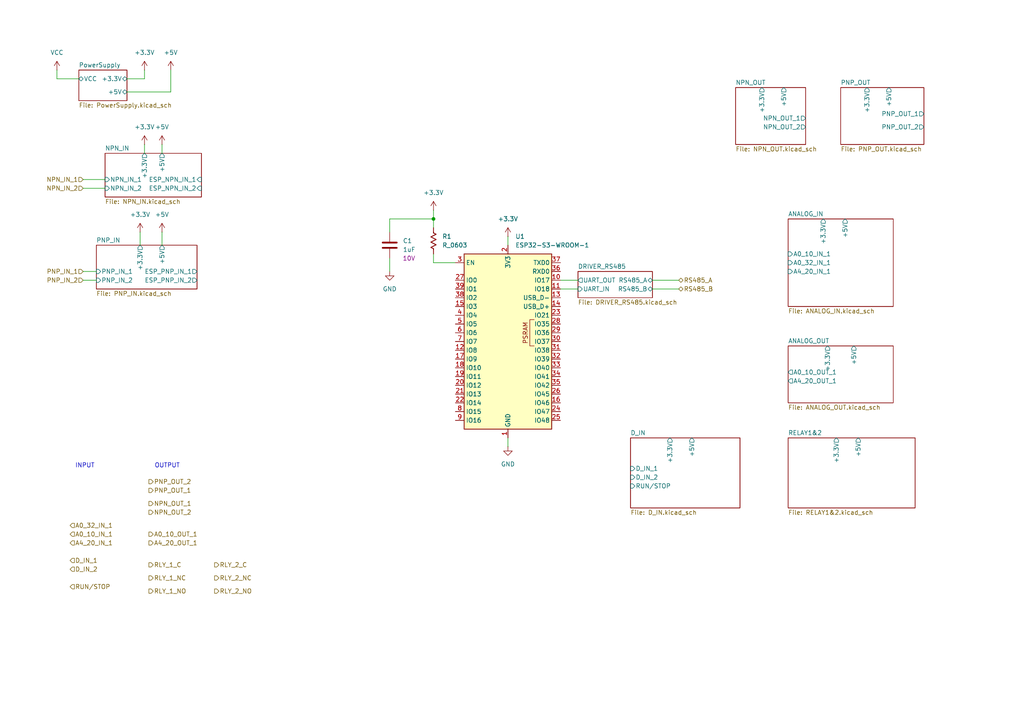
<source format=kicad_sch>
(kicad_sch (version 20250114) (generator "eeschema") (generator_version "9.0")
  (paper "A4")
  (lib_symbols
    (symbol "PCM_Capacitor_US_AKL:C_0603" (pin_numbers (hide yes)) (pin_names (offset 0.254))
      (property "Reference" "C" (at 0.635 2.54 0))
      (property "Value" "C_0603" (at 0.635 -2.54 0))
      (symbol "C_0603_0_1"
        (polyline (pts (xy -2.032 0.762) (xy 2.032 0.762)) (stroke (width 0.508)))
        (polyline (pts (xy -2.032 -0.762) (xy 2.032 -0.762)) (stroke (width 0.508)))
      )
      (symbol "C_0603_0_2"
        (polyline (pts (xy -2.54 -2.54) (xy -0.381 -0.381)))
        (polyline (pts (xy -0.508 -0.508) (xy -1.651 0.635)) (stroke (width 0.508)))
        (polyline (pts (xy -0.508 -0.508) (xy 0.635 -1.651)) (stroke (width 0.508)))
        (polyline (pts (xy 0.381 0.381) (xy 2.54 2.54)))
        (polyline (pts (xy 0.508 0.508) (xy -0.635 1.651)) (stroke (width 0.508)))
        (polyline (pts (xy 0.508 0.508) (xy 1.651 -0.635)) (stroke (width 0.508)))
      )
      (symbol "C_0603_1_1"
        (pin passive line (at 0 3.81 270) (length 2.794) (name "~") (number "1"))
        (pin passive line (at 0 -3.81 90) (length 2.794) (name "~") (number "2"))
      )
      (symbol "C_0603_1_2"
        (pin passive line (at -2.54 -2.54 90) (length 0) (name "~") (number "2"))
        (pin passive line (at 2.54 2.54 270) (length 0) (name "~") (number "1"))
      )
    )
    (symbol "PCM_Resistor_US_AKL:R_0603" (pin_numbers (hide yes)) (pin_names (offset 0))
      (property "Reference" "R" (at 2.54 1.27 0))
      (property "Value" "R_0603" (at 2.54 -1.27 0))
      (symbol "R_0603_0_1"
        (polyline (pts (xy 0 2.286) (xy 0 2.54)) (stroke (width 0.254)))
        (polyline (pts (xy 0 2.286) (xy 0.762 1.905) (xy -0.762 1.143) (xy 0 0.762) (xy 0.762 0.381) (xy 0 0) (xy -0.762 -0.381) (xy 0 -0.762) (xy 0.762 -1.143) (xy 0 -1.524) (xy -0.762 -1.905) (xy 0 -2.286)) (stroke (width 0.254)))
        (polyline (pts (xy 0 -2.286) (xy 0 -2.54)) (stroke (width 0.254)))
      )
      (symbol "R_0603_0_2"
        (polyline (pts (xy -2.54 -2.54) (xy -1.778 -1.778)))
        (polyline (pts (xy -1.778 -1.778) (xy -1.524 -1.524)) (stroke (width 0.254)))
        (polyline (pts (xy -1.524 -1.524) (xy -1.778 -0.762) (xy -1.016 -1.016)) (stroke (width 0.254)))
        (polyline (pts (xy -0.508 -0.508) (xy -0.762 0.254) (xy 0 0)) (stroke (width 0.254)))
        (polyline (pts (xy -0.508 -0.508) (xy -0.254 -1.27) (xy -1.016 -1.016)) (stroke (width 0.254)))
        (polyline (pts (xy 0.508 0.508) (xy 0.254 1.27) (xy 1.016 1.016)) (stroke (width 0.254)))
        (polyline (pts (xy 0.508 0.508) (xy 0.762 -0.254) (xy 0 0)) (stroke (width 0.254)))
        (polyline (pts (xy 1.524 1.524) (xy 1.778 0.762) (xy 1.016 1.016)) (stroke (width 0.254)))
        (polyline (pts (xy 1.778 1.778) (xy 1.524 1.524)) (stroke (width 0.254)))
        (polyline (pts (xy 1.778 1.778) (xy 2.54 2.54)))
      )
      (symbol "R_0603_1_1"
        (pin passive line (at 0 3.81 270) (length 1.27) (name "~") (number "1"))
        (pin passive line (at 0 -3.81 90) (length 1.27) (name "~") (number "2"))
      )
      (symbol "R_0603_1_2"
        (pin passive line (at -2.54 -2.54 0) (length 0) (name "") (number "2"))
        (pin passive line (at 2.54 2.54 180) (length 0) (name "") (number "1"))
      )
    )
    (symbol "RF_Module:ESP32-S3-WROOM-1"
      (property "Reference" "U" (at -12.7 26.67 0))
      (property "Value" "ESP32-S3-WROOM-1" (at 12.7 26.67 0))
      (symbol "ESP32-S3-WROOM-1_0_0"
        (rectangle (start -12.7 25.4) (end 12.7 -25.4) (stroke (width 0.254)) (fill (type background)))
        (text "PSRAM" (at 5.08 2.54 900) (effects (font (size 1.27 1.27))))
      )
      (symbol "ESP32-S3-WROOM-1_0_1"
        (polyline (pts (xy 7.62 -1.27) (xy 6.35 -1.27) (xy 6.35 6.35) (xy 7.62 6.35)))
      )
      (symbol "ESP32-S3-WROOM-1_1_1"
        (pin input line (at -15.24 22.86 0) (length 2.54) (name "EN") (number "3"))
        (pin bidirectional line (at -15.24 17.78 0) (length 2.54) (name "IO0") (number "27"))
        (pin bidirectional line (at -15.24 15.24 0) (length 2.54) (name "IO1") (number "39"))
        (pin bidirectional line (at -15.24 12.7 0) (length 2.54) (name "IO2") (number "38"))
        (pin bidirectional line (at -15.24 10.16 0) (length 2.54) (name "IO3") (number "15"))
        (pin bidirectional line (at -15.24 7.62 0) (length 2.54) (name "IO4") (number "4"))
        (pin bidirectional line (at -15.24 5.08 0) (length 2.54) (name "IO5") (number "5"))
        (pin bidirectional line (at -15.24 2.54 0) (length 2.54) (name "IO6") (number "6"))
        (pin bidirectional line (at -15.24 0 0) (length 2.54) (name "IO7") (number "7"))
        (pin bidirectional line (at -15.24 -2.54 0) (length 2.54) (name "IO8") (number "12"))
        (pin bidirectional line (at -15.24 -5.08 0) (length 2.54) (name "IO9") (number "17"))
        (pin bidirectional line (at -15.24 -7.62 0) (length 2.54) (name "IO10") (number "18"))
        (pin bidirectional line (at -15.24 -10.16 0) (length 2.54) (name "IO11") (number "19"))
        (pin bidirectional line (at -15.24 -12.7 0) (length 2.54) (name "IO12") (number "20"))
        (pin bidirectional line (at -15.24 -15.24 0) (length 2.54) (name "IO13") (number "21"))
        (pin bidirectional line (at -15.24 -17.78 0) (length 2.54) (name "IO14") (number "22"))
        (pin bidirectional line (at -15.24 -20.32 0) (length 2.54) (name "IO15") (number "8"))
        (pin bidirectional line (at -15.24 -22.86 0) (length 2.54) (name "IO16") (number "9"))
        (pin power_in line (at 0 27.94 270) (length 2.54) (name "3V3") (number "2"))
        (pin power_in line (at 0 -27.94 90) (length 2.54) (name "GND") (number "1"))
        (pin passive line (at 0 -27.94 90) (length 2.54) (hide yes) (name "GND") (number "40"))
        (pin passive line (at 0 -27.94 90) (length 2.54) (hide yes) (name "GND") (number "41"))
        (pin bidirectional line (at 15.24 22.86 180) (length 2.54) (name "TXD0") (number "37"))
        (pin bidirectional line (at 15.24 20.32 180) (length 2.54) (name "RXD0") (number "36"))
        (pin bidirectional line (at 15.24 17.78 180) (length 2.54) (name "IO17") (number "10"))
        (pin bidirectional line (at 15.24 15.24 180) (length 2.54) (name "IO18") (number "11"))
        (pin bidirectional line (at 15.24 12.7 180) (length 2.54) (name "USB_D-") (number "13"))
        (pin bidirectional line (at 15.24 10.16 180) (length 2.54) (name "USB_D+") (number "14"))
        (pin bidirectional line (at 15.24 7.62 180) (length 2.54) (name "IO21") (number "23"))
        (pin bidirectional line (at 15.24 5.08 180) (length 2.54) (name "IO35") (number "28"))
        (pin bidirectional line (at 15.24 2.54 180) (length 2.54) (name "IO36") (number "29"))
        (pin bidirectional line (at 15.24 0 180) (length 2.54) (name "IO37") (number "30"))
        (pin bidirectional line (at 15.24 -2.54 180) (length 2.54) (name "IO38") (number "31"))
        (pin bidirectional line (at 15.24 -5.08 180) (length 2.54) (name "IO39") (number "32"))
        (pin bidirectional line (at 15.24 -7.62 180) (length 2.54) (name "IO40") (number "33"))
        (pin bidirectional line (at 15.24 -10.16 180) (length 2.54) (name "IO41") (number "34"))
        (pin bidirectional line (at 15.24 -12.7 180) (length 2.54) (name "IO42") (number "35"))
        (pin bidirectional line (at 15.24 -15.24 180) (length 2.54) (name "IO45") (number "26"))
        (pin bidirectional line (at 15.24 -17.78 180) (length 2.54) (name "IO46") (number "16"))
        (pin bidirectional line (at 15.24 -20.32 180) (length 2.54) (name "IO47") (number "24"))
        (pin bidirectional line (at 15.24 -22.86 180) (length 2.54) (name "IO48") (number "25"))
      )
    )
    (symbol "power:+12V" (power) (pin_numbers (hide yes)) (pin_names (offset 0) (hide yes))
      (property "Value" "+12V" (at 0 3.556 0))
      (symbol "+12V_0_1"
        (polyline (pts (xy -0.762 1.27) (xy 0 2.54)))
        (polyline (pts (xy 0 2.54) (xy 0.762 1.27)))
        (polyline (pts (xy 0 0) (xy 0 2.54)))
      )
      (symbol "+12V_1_1"
        (pin power_in line (at 0 0 90) (length 0) (name "~") (number "1"))
      )
    )
    (symbol "power:+3.3V" (power) (pin_numbers (hide yes)) (pin_names (offset 0) (hide yes))
      (property "Value" "+3.3V" (at 0 3.556 0))
      (symbol "+3.3V_0_1"
        (polyline (pts (xy -0.762 1.27) (xy 0 2.54)))
        (polyline (pts (xy 0 2.54) (xy 0.762 1.27)))
        (polyline (pts (xy 0 0) (xy 0 2.54)))
      )
      (symbol "+3.3V_1_1"
        (pin power_in line (at 0 0 90) (length 0) (name "~") (number "1"))
      )
    )
    (symbol "power:GND" (power) (pin_numbers (hide yes)) (pin_names (offset 0) (hide yes))
      (property "Value" "GND" (at 0 -3.81 0))
      (symbol "GND_0_1"
        (polyline (pts (xy 0 0) (xy 0 -1.27) (xy 1.27 -1.27) (xy 0 -2.54) (xy -1.27 -1.27) (xy 0 -1.27)))
      )
      (symbol "GND_1_1"
        (pin power_in line (at 0 0 270) (length 0) (name "~") (number "1"))
      )
    )
    (symbol "power:VCC" (power) (pin_numbers (hide yes)) (pin_names (offset 0) (hide yes))
      (property "Value" "VCC" (at 0 3.556 0))
      (symbol "VCC_0_1"
        (polyline (pts (xy -0.762 1.27) (xy 0 2.54)))
        (polyline (pts (xy 0 2.54) (xy 0.762 1.27)))
        (polyline (pts (xy 0 0) (xy 0 2.54)))
      )
      (symbol "VCC_1_1"
        (pin power_in line (at 0 0 90) (length 0) (name "~") (number "1"))
      )
    )
  )
  (text "INPUT" (at 24.638 135.128 0) (effects (font (size 1.27 1.27))))
  (text "OUTPUT" (at 48.514 135.128 0) (effects (font (size 1.27 1.27))))
  (junction (at 125.73 63.5))
  (wire (pts (xy 113.03 63.5) (xy 125.73 63.5)))
  (wire (pts (xy 46.99 41.91) (xy 46.99 44.45)))
  (wire (pts (xy 162.56 83.82) (xy 167.64 83.82)))
  (wire (pts (xy 125.73 60.96) (xy 125.73 63.5)))
  (wire (pts (xy 36.83 26.67) (xy 49.53 26.67)))
  (wire (pts (xy 24.13 81.28) (xy 27.94 81.28)))
  (wire (pts (xy 125.73 73.66) (xy 125.73 76.2)))
  (wire (pts (xy 125.73 63.5) (xy 125.73 66.04)))
  (wire (pts (xy 49.53 20.32) (xy 49.53 26.67)))
  (wire (pts (xy 24.13 78.74) (xy 27.94 78.74)))
  (wire (pts (xy 189.23 83.82) (xy 196.85 83.82)))
  (wire (pts (xy 36.83 22.86) (xy 41.91 22.86)))
  (wire (pts (xy 125.73 76.2) (xy 132.08 76.2)))
  (wire (pts (xy 113.03 67.31) (xy 113.03 63.5)))
  (wire (pts (xy 113.03 74.93) (xy 113.03 78.74)))
  (wire (pts (xy 147.32 127) (xy 147.32 129.54)))
  (wire (pts (xy 24.13 52.07) (xy 30.48 52.07)))
  (wire (pts (xy 16.51 22.86) (xy 22.86 22.86)))
  (wire (pts (xy 162.56 81.28) (xy 167.64 81.28)))
  (wire (pts (xy 41.91 22.86) (xy 41.91 20.32)))
  (wire (pts (xy 147.32 68.58) (xy 147.32 71.12)))
  (wire (pts (xy 24.13 54.61) (xy 30.48 54.61)))
  (wire (pts (xy 40.64 67.31) (xy 40.64 71.12)))
  (wire (pts (xy 41.91 41.91) (xy 41.91 44.45)))
  (wire (pts (xy 16.51 20.32) (xy 16.51 22.86)))
  (wire (pts (xy 46.99 67.31) (xy 46.99 71.12)))
  (wire (pts (xy 189.23 81.28) (xy 196.85 81.28)))
  (hierarchical_label "RUN{slash}STOP" (shape input) (at 20.32 170.18 0))
  (hierarchical_label "D_IN_1" (shape input) (at 20.32 162.56 0))
  (hierarchical_label "NPN_IN_2" (shape input) (at 24.13 54.61 180))
  (hierarchical_label "RLY_2_C" (shape output) (at 62.23 163.83 0))
  (hierarchical_label "NPN_IN_1" (shape input) (at 24.13 52.07 180))
  (hierarchical_label "PNP_OUT_1" (shape output) (at 43.18 142.24 0))
  (hierarchical_label "RLY_2_NC" (shape output) (at 62.23 167.64 0))
  (hierarchical_label "PNP_IN_2" (shape input) (at 24.13 81.28 180))
  (hierarchical_label "A0_10_IN_1" (shape input) (at 20.32 154.94 0))
  (hierarchical_label "PNP_OUT_2" (shape output) (at 43.18 139.7 0))
  (hierarchical_label "RLY_1_C" (shape output) (at 43.18 163.83 0))
  (hierarchical_label "RLY_1_NC" (shape output) (at 43.18 167.64 0))
  (hierarchical_label "NPN_OUT_2" (shape output) (at 43.18 148.59 0))
  (hierarchical_label "RS485_A" (shape bidirectional) (at 196.85 81.28 0))
  (hierarchical_label "A4_20_OUT_1" (shape output) (at 43.18 157.48 0))
  (hierarchical_label "RLY_2_NO" (shape output) (at 62.23 171.45 0))
  (hierarchical_label "NPN_OUT_1" (shape output) (at 43.18 146.05 0))
  (hierarchical_label "RS485_B" (shape bidirectional) (at 196.85 83.82 0))
  (hierarchical_label "A4_20_IN_1" (shape input) (at 20.32 157.48 0))
  (hierarchical_label "D_IN_2" (shape input) (at 20.32 165.1 0))
  (hierarchical_label "A0_10_OUT_1" (shape output) (at 43.18 154.94 0))
  (hierarchical_label "PNP_IN_1" (shape input) (at 24.13 78.74 180))
  (hierarchical_label "RLY_1_NO" (shape output) (at 43.18 171.45 0))
  (hierarchical_label "A0_32_IN_1" (shape input) (at 20.32 152.4 0))
  (symbol (lib_id "power:+3.3V") (at 41.91 20.32 0) (unit 1)
    (property "Reference" "#PWR08" (effects (hide yes)))
    (property "Value" "+3.3V" (at 41.91 15.24 0))
    (property "Description" "Power symbol creates a global label with name \"+3.3V\"" (effects (hide yes)))
  )
  (symbol (lib_id "power:+3.3V") (at 147.32 68.58 0) (unit 1)
    (property "Reference" "#PWR012" (effects (hide yes)))
    (property "Value" "+3.3V" (at 147.32 63.5 0))
    (property "Description" "Power symbol creates a global label with name \"+3.3V\"" (effects (hide yes)))
  )
  (symbol (lib_id "power:+12V") (at 46.99 41.91 0) (unit 1)
    (property "Reference" "#PWR025" (effects (hide yes)))
    (property "Value" "+5V" (at 46.99 36.83 0))
    (property "Description" "Power symbol creates a global label with name \"+12V\"" (effects (hide yes)))
  )
  (symbol (lib_id "power:+3.3V") (at 40.64 67.31 0) (unit 1)
    (property "Reference" "#PWR026" (effects (hide yes)))
    (property "Value" "+3.3V" (at 40.64 62.23 0))
    (property "Description" "Power symbol creates a global label with name \"+3.3V\"" (effects (hide yes)))
  )
  (symbol (lib_id "PCM_Resistor_US_AKL:R_0603") (at 125.73 69.85 0) (unit 1)
    (property "Reference" "R1" (at 128.27 68.5799 0) (effects (justify left)))
    (property "Value" "R_0603" (at 128.27 71.1199 0) (effects (justify left)))
    (property "Footprint" "PCM_Resistor_SMD_AKL:R_0603_1608Metric" (effects (hide yes)))
    (property "Description" "SMD 0603 Chip Resistor, US Symbol, Alternate KiCad Library" (effects (hide yes)))
  )
  (symbol (lib_id "power:GND") (at 113.03 78.74 0) (unit 1)
    (property "Reference" "#PWR010" (effects (hide yes)))
    (property "Value" "GND" (at 113.03 83.82 0))
    (property "Description" "Power symbol creates a global label with name \"GND\" , ground" (effects (hide yes)))
  )
  (symbol (lib_id "power:VCC") (at 16.51 20.32 0) (unit 1)
    (property "Reference" "#PWR07" (effects (hide yes)))
    (property "Value" "VCC" (at 16.51 15.24 0))
    (property "Description" "Power symbol creates a global label with name \"VCC\"" (effects (hide yes)))
  )
  (symbol (lib_id "PCM_Capacitor_US_AKL:C_0603") (at 113.03 71.12 0) (unit 1)
    (property "Reference" "C1" (at 116.84 69.8499 0) (effects (justify left)))
    (property "Value" "1uF" (at 116.84 72.3899 0) (effects (justify left)))
    (property "Footprint" "PCM_Capacitor_SMD_AKL:C_0603_1608Metric" (effects (hide yes)))
    (property "Description" "SMD 0603 MLCC capacitor, Alternate KiCad Library" (effects (hide yes)))
    (property "Vol" "10V" (at 118.618 74.93 0))
  )
  (symbol (lib_id "power:GND") (at 147.32 129.54 0) (unit 1)
    (property "Reference" "#PWR013" (effects (hide yes)))
    (property "Value" "GND" (at 147.32 134.62 0))
    (property "Description" "Power symbol creates a global label with name \"GND\" , ground" (effects (hide yes)))
  )
  (symbol (lib_id "power:+12V") (at 46.99 67.31 0) (unit 1)
    (property "Reference" "#PWR027" (effects (hide yes)))
    (property "Value" "+5V" (at 46.99 62.23 0))
    (property "Description" "Power symbol creates a global label with name \"+12V\"" (effects (hide yes)))
  )
  (symbol (lib_id "power:+3.3V") (at 41.91 41.91 0) (unit 1)
    (property "Reference" "#PWR024" (effects (hide yes)))
    (property "Value" "+3.3V" (at 41.91 36.83 0))
    (property "Description" "Power symbol creates a global label with name \"+3.3V\"" (effects (hide yes)))
  )
  (symbol (lib_id "RF_Module:ESP32-S3-WROOM-1") (at 147.32 99.06 0) (unit 1)
    (property "Reference" "U1" (at 149.4633 68.58 0) (effects (justify left)))
    (property "Value" "ESP32-S3-WROOM-1" (at 149.4633 71.12 0) (effects (justify left)))
    (property "Footprint" "RF_Module:ESP32-S3-WROOM-1" (effects (hide yes)))
    (property "Datasheet" "https://www.espressif.com/sites/default/files/documentation/esp32-s3-wroom-1_wroom-1u_datasheet_en.pdf" (effects (hide yes)))
    (property "Description" "RF Module, ESP32-S3 SoC, Wi-Fi 802.11b/g/n, Bluetooth, BLE, 32-bit, 3.3V, onboard antenna, SMD" (effects (hide yes)))
  )
  (symbol (lib_id "power:+12V") (at 49.53 20.32 0) (unit 1)
    (property "Reference" "#PWR09" (effects (hide yes)))
    (property "Value" "+5V" (at 49.53 15.24 0))
    (property "Description" "Power symbol creates a global label with name \"+12V\"" (effects (hide yes)))
  )
  (symbol (lib_id "power:+3.3V") (at 125.73 60.96 0) (unit 1)
    (property "Reference" "#PWR011" (effects (hide yes)))
    (property "Value" "+3.3V" (at 125.73 55.88 0))
    (property "Description" "Power symbol creates a global label with name \"+3.3V\"" (effects (hide yes)))
  )
  (sheet (at 228.6 63.5) (size 30.48 25.4) (stroke (width 0.1524))
    (property "Sheetname" "ANALOG_IN" (at 228.6 62.7884 0) (effects (justify left bottom)))
    (property "Sheetfile" "ANALOG_IN.kicad_sch" (at 228.6 89.4846 0) (effects (justify left top)))
    (pin "+3.3V" output (at 238.76 63.5 90))
    (pin "+5V" output (at 245.11 63.5 90))
    (pin "A0_10_IN_1" input (at 228.6 73.66 180))
    (pin "A0_32_IN_1" input (at 228.6 76.2 180))
    (pin "A4_20_IN_1" input (at 228.6 78.74 180))
  )
  (sheet (at 228.6 127) (size 36.83 20.32) (stroke (width 0.1524))
    (property "Sheetname" "RELAY1&2" (at 228.6 126.2884 0) (effects (justify left bottom)))
    (property "Sheetfile" "RELAY1&2.kicad_sch" (at 228.6 147.9046 0) (effects (justify left top)))
    (pin "+3.3V" output (at 242.57 127 90))
    (pin "+5V" output (at 248.92 127 90))
  )
  (sheet (at 167.64 78.74) (size 21.59 7.62) (stroke (width 0.1524))
    (property "Sheetname" "DRIVER_RS485" (at 167.64 78.0284 0) (effects (justify left bottom)))
    (property "Sheetfile" "DRIVER_RS485.kicad_sch" (at 167.64 86.9446 0) (effects (justify left top)))
    (pin "RS485_A" bidirectional (at 189.23 81.28 0))
    (pin "RS485_B" bidirectional (at 189.23 83.82 0))
    (pin "UART_IN" input (at 167.64 83.82 180))
    (pin "UART_OUT" output (at 167.64 81.28 180))
  )
  (sheet (at 27.94 71.12) (size 29.21 12.7) (stroke (width 0.1524))
    (property "Sheetname" "PNP_IN" (at 27.94 70.4084 0) (effects (justify left bottom)))
    (property "Sheetfile" "PNP_IN.kicad_sch" (at 27.94 84.4046 0) (effects (justify left top)))
    (pin "PNP_IN_1" input (at 27.94 78.74 180))
    (pin "PNP_IN_2" input (at 27.94 81.28 180))
    (pin "+3.3V" output (at 40.64 71.12 90))
    (pin "+5V" output (at 46.99 71.12 90))
    (pin "ESP_PNP_IN_1" output (at 57.15 78.74 0))
    (pin "ESP_PNP_IN_2" output (at 57.15 81.28 0))
  )
  (sheet (at 30.48 44.45) (size 27.94 12.7) (stroke (width 0.1524))
    (property "Sheetname" "NPN_IN" (at 30.48 43.7384 0) (effects (justify left bottom)))
    (property "Sheetfile" "NPN_IN.kicad_sch" (at 30.48 57.7346 0) (effects (justify left top)))
    (pin "ESP_NPN_IN_1" input (at 58.42 52.07 0))
    (pin "ESP_NPN_IN_2" input (at 58.42 54.61 0))
    (pin "NPN_IN_1" input (at 30.48 52.07 180))
    (pin "NPN_IN_2" input (at 30.48 54.61 180))
    (pin "+3.3V" output (at 41.91 44.45 90))
    (pin "+5V" output (at 46.99 44.45 90))
  )
  (sheet (at 213.36 25.4) (size 20.32 16.51) (stroke (width 0.1524))
    (property "Sheetname" "NPN_OUT" (at 213.36 24.6884 0) (effects (justify left bottom)))
    (property "Sheetfile" "NPN_OUT.kicad_sch" (at 213.36 42.4946 0) (effects (justify left top)))
    (pin "+3.3V" output (at 220.98 25.4 90))
    (pin "+5V" output (at 227.33 25.4 90))
    (pin "NPN_OUT_1" output (at 233.68 34.29 0))
    (pin "NPN_OUT_2" output (at 233.68 36.83 0))
  )
  (sheet (at 243.84 25.4) (size 24.13 16.51) (stroke (width 0.1524))
    (property "Sheetname" "PNP_OUT" (at 243.84 24.6884 0) (effects (justify left bottom)))
    (property "Sheetfile" "PNP_OUT.kicad_sch" (at 243.84 42.4946 0) (effects (justify left top)))
    (pin "+3.3V" output (at 251.46 25.4 90))
    (pin "+5V" output (at 257.81 25.4 90))
    (pin "PNP_OUT_1" output (at 267.97 33.02 0))
    (pin "PNP_OUT_2" output (at 267.97 36.83 0))
  )
  (sheet (at 228.6 100.33) (size 30.48 16.51) (stroke (width 0.1524))
    (property "Sheetname" "ANALOG_OUT" (at 228.6 99.6184 0) (effects (justify left bottom)))
    (property "Sheetfile" "ANALOG_OUT.kicad_sch" (at 228.6 117.4246 0) (effects (justify left top)))
    (pin "+3.3V" output (at 240.03 100.33 90))
    (pin "+5V" output (at 247.65 100.33 90))
    (pin "A0_10_OUT_1" output (at 228.6 107.95 180))
    (pin "A4_20_OUT_1" output (at 228.6 110.49 180))
  )
  (sheet (at 182.88 127) (size 31.75 20.32) (stroke (width 0.1524))
    (property "Sheetname" "D_IN" (at 182.88 126.2884 0) (effects (justify left bottom)))
    (property "Sheetfile" "D_IN.kicad_sch" (at 182.88 147.9046 0) (effects (justify left top)))
    (pin "+3.3V" output (at 194.31 127 90))
    (pin "+5V" output (at 200.66 127 90))
    (pin "D_IN_1" input (at 182.88 135.89 180))
    (pin "D_IN_2" input (at 182.88 138.43 180))
    (pin "RUN{slash}STOP" input (at 182.88 140.97 180))
  )
  (sheet (at 22.86 20.32) (size 13.97 8.89) (stroke (width 0.1524))
    (property "Sheetname" "PowerSupply" (at 22.86 19.6084 0) (effects (justify left bottom)))
    (property "Sheetfile" "PowerSupply.kicad_sch" (at 22.86 29.7946 0) (effects (justify left top)))
    (pin "+3.3V" bidirectional (at 36.83 22.86 0))
    (pin "VCC" bidirectional (at 22.86 22.86 180))
    (pin "+5V" bidirectional (at 36.83 26.67 0))
  )
)
</source>
